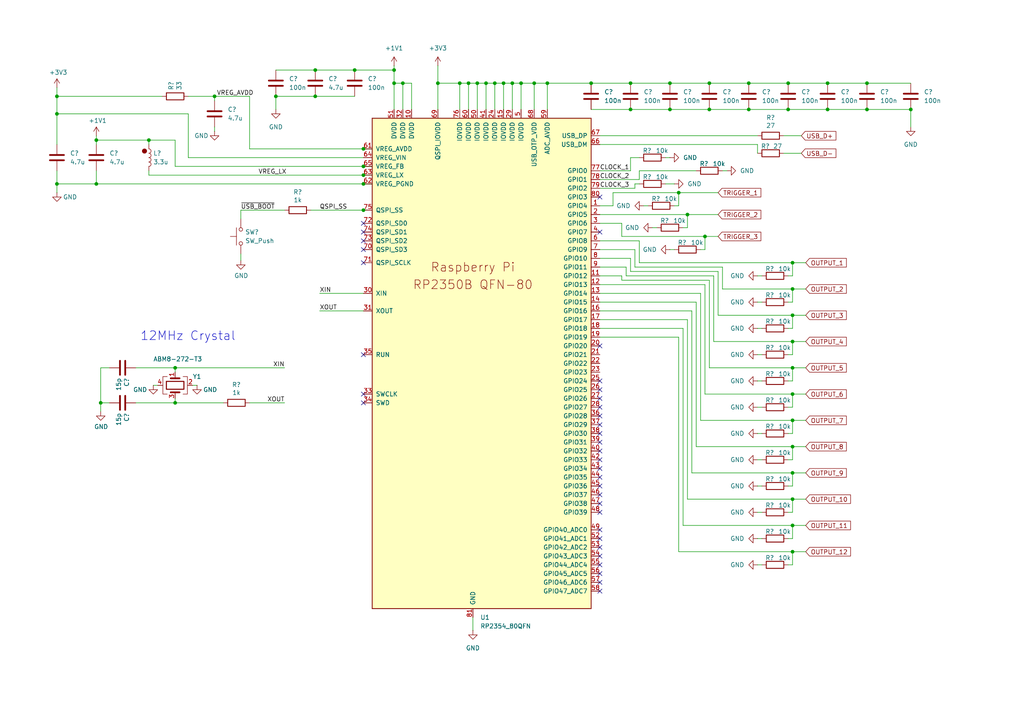
<source format=kicad_sch>
(kicad_sch (version 20250114) (generator "eeschema") (generator_version "9.0")
  (paper "A4")
  (title_block (title "Microcontroller") (date "2025-10-31") (rev "0.1") (company "OpenPIV Consortium") (comment 1 "Microcontroller and associated ICs"))
  (lib_symbols
    (symbol "+3V3_1" (power) (pin_numbers (hide yes)) (pin_names (offset 0) (hide yes))
      (property "Value" "+3V3" (at 0 3.556 0))
      (symbol "+3V3_1_0_1"
        (polyline (pts (xy -0.762 1.27) (xy 0 2.54)))
        (polyline (pts (xy 0 2.54) (xy 0.762 1.27)))
        (polyline (pts (xy 0 0) (xy 0 2.54)))
      )
      (symbol "+3V3_1_1_1"
        (pin power_in line (at 0 0 90) (length 0) (name "~") (number "1"))
      )
    )
    (symbol "Device:C" (pin_numbers (hide yes)) (pin_names (offset 0.254))
      (property "Reference" "C" (at 0.635 2.54 0))
      (property "Value" "C" (at 0.635 -2.54 0))
      (symbol "C_0_1"
        (polyline (pts (xy -2.032 0.762) (xy 2.032 0.762)) (stroke (width 0.508)))
        (polyline (pts (xy -2.032 -0.762) (xy 2.032 -0.762)) (stroke (width 0.508)))
      )
      (symbol "C_1_1"
        (pin passive line (at 0 3.81 270) (length 2.794) (name "~") (number "1"))
        (pin passive line (at 0 -3.81 90) (length 2.794) (name "~") (number "2"))
      )
    )
    (symbol "Device:Crystal_GND24" (pin_names (offset 1.016) (hide yes))
      (property "Reference" "Y" (at 3.175 5.08 0))
      (property "Value" "Crystal_GND24" (at 3.175 3.175 0))
      (symbol "Crystal_GND24_0_1"
        (polyline (pts (xy -2.54 2.286) (xy -2.54 3.556) (xy 2.54 3.556) (xy 2.54 2.286)))
        (polyline (pts (xy -2.54 0) (xy -2.032 0)))
        (polyline (pts (xy -2.54 -2.286) (xy -2.54 -3.556) (xy 2.54 -3.556) (xy 2.54 -2.286)))
        (polyline (pts (xy -2.032 -1.27) (xy -2.032 1.27)) (stroke (width 0.508)))
        (rectangle (start -1.143 2.54) (end 1.143 -2.54) (stroke (width 0.3048)))
        (polyline (pts (xy 0 3.556) (xy 0 3.81)))
        (polyline (pts (xy 0 -3.81) (xy 0 -3.556)))
        (polyline (pts (xy 2.032 0) (xy 2.54 0)))
        (polyline (pts (xy 2.032 -1.27) (xy 2.032 1.27)) (stroke (width 0.508)))
      )
      (symbol "Crystal_GND24_1_1"
        (pin passive line (at -3.81 0 0) (length 1.27) (name "1") (number "1"))
        (pin passive line (at 0 5.08 270) (length 1.27) (name "2") (number "2"))
        (pin passive line (at 0 -5.08 90) (length 1.27) (name "4") (number "4"))
        (pin passive line (at 3.81 0 180) (length 1.27) (name "3") (number "3"))
      )
    )
    (symbol "Device:L" (pin_numbers (hide yes)) (pin_names (offset 1.016) (hide yes))
      (property "Reference" "L" (at -1.27 0 90))
      (property "Value" "L" (at 1.905 0 90))
      (symbol "L_0_1"
        (arc (start 0 2.54) (mid 0.6323 1.905) (end 0 1.27))
        (arc (start 0 1.27) (mid 0.6323 0.635) (end 0 0))
        (arc (start 0 0) (mid 0.6323 -0.635) (end 0 -1.27))
        (arc (start 0 -1.27) (mid 0.6323 -1.905) (end 0 -2.54))
      )
      (symbol "L_1_1"
        (pin passive line (at 0 3.81 270) (length 1.27) (name "1") (number "1"))
        (pin passive line (at 0 -3.81 90) (length 1.27) (name "2") (number "2"))
      )
    )
    (symbol "Device:R" (pin_numbers (hide yes)) (pin_names (offset 0))
      (property "Reference" "R" (at 2.032 0 90))
      (property "Value" "R" (at 0 0 90))
      (symbol "R_0_1"
        (rectangle (start -1.016 -2.54) (end 1.016 2.54) (stroke (width 0.254)))
      )
      (symbol "R_1_1"
        (pin passive line (at 0 3.81 270) (length 1.27) (name "~") (number "1"))
        (pin passive line (at 0 -3.81 90) (length 1.27) (name "~") (number "2"))
      )
    )
    (symbol "MCU_RaspberryPi_RP2350:RP2350_80QFN" (pin_names (offset 1.016))
      (property "Reference" "U" (at -29.21 49.53 0))
      (property "Value" "RP2350_80QFN" (at 25.4 -96.52 0))
      (symbol "RP2350_80QFN_0_0"
        (text "Raspberry Pi" (at 0 5.08 0) (effects (font (size 2.54 2.54))))
      )
      (symbol "RP2350_80QFN_0_1"
        (rectangle (start -29.21 48.26) (end 34.29 -93.98) (stroke (width 0.254)) (fill (type background)))
      )
      (symbol "RP2350_80QFN_1_0"
        (text "RP2350B QFN-80" (at 0 0 0) (effects (font (size 2.54 2.54))))
      )
      (symbol "RP2350_80QFN_1_1"
        (pin power_in line (at -31.75 39.37 0) (length 2.54) (name "VREG_AVDD") (number "61"))
        (pin power_in line (at -31.75 36.83 0) (length 2.54) (name "VREG_VIN") (number "64"))
        (pin input line (at -31.75 34.29 0) (length 2.54) (name "VREG_FB") (number "65"))
        (pin power_out line (at -31.75 31.75 0) (length 2.54) (name "VREG_LX") (number "63"))
        (pin power_in line (at -31.75 29.21 0) (length 2.54) (name "VREG_PGND") (number "62"))
        (pin bidirectional line (at -31.75 21.59 0) (length 2.54) (name "QSPI_SS") (number "75"))
        (pin bidirectional line (at -31.75 17.78 0) (length 2.54) (name "QSPI_SD0") (number "72"))
        (pin bidirectional line (at -31.75 15.24 0) (length 2.54) (name "QSPI_SD1") (number "74"))
        (pin bidirectional line (at -31.75 12.7 0) (length 2.54) (name "QSPI_SD2") (number "73"))
        (pin bidirectional line (at -31.75 10.16 0) (length 2.54) (name "QSPI_SD3") (number "70"))
        (pin output line (at -31.75 6.35 0) (length 2.54) (name "QSPI_SCLK") (number "71"))
        (pin input line (at -31.75 -2.54 0) (length 2.54) (name "XIN") (number "30"))
        (pin passive line (at -31.75 -7.62 0) (length 2.54) (name "XOUT") (number "31"))
        (pin input line (at -31.75 -20.32 0) (length 2.54) (name "RUN") (number "35"))
        (pin output line (at -31.75 -31.75 0) (length 2.54) (name "SWCLK") (number "33"))
        (pin bidirectional line (at -31.75 -34.29 0) (length 2.54) (name "SWD") (number "34"))
        (pin power_in line (at -22.86 50.8 270) (length 2.54) (name "DVDD") (number "51"))
        (pin power_in line (at -20.32 50.8 270) (length 2.54) (name "DVDD") (number "32"))
        (pin power_in line (at -17.78 50.8 270) (length 2.54) (name "DVDD") (number "10"))
        (pin power_in line (at -10.16 50.8 270) (length 2.54) (name "QSPI_IOVDD") (number "69"))
        (pin power_in line (at -3.81 50.8 270) (length 2.54) (name "IOVDD") (number "76"))
        (pin power_in line (at -1.27 50.8 270) (length 2.54) (name "IOVDD") (number "60"))
        (pin power_in line (at 0 -96.52 90) (length 2.54) (name "GND") (number "81"))
        (pin power_in line (at 1.27 50.8 270) (length 2.54) (name "IOVDD") (number "50"))
        (pin power_in line (at 3.81 50.8 270) (length 2.54) (name "IOVDD") (number "41"))
        (pin power_in line (at 6.35 50.8 270) (length 2.54) (name "IOVDD") (number "24"))
        (pin power_in line (at 8.89 50.8 270) (length 2.54) (name "IOVDD") (number "15"))
        (pin power_in line (at 11.43 50.8 270) (length 2.54) (name "IOVDD") (number "29"))
        (pin power_in line (at 13.97 50.8 270) (length 2.54) (name "IOVDD") (number "5"))
        (pin power_in line (at 17.78 50.8 270) (length 2.54) (name "USB_OTP_VDD") (number "68"))
        (pin power_in line (at 21.59 50.8 270) (length 2.54) (name "ADC_AVDD") (number "59"))
        (pin bidirectional line (at 36.83 43.18 180) (length 2.54) (name "USB_DP") (number "67"))
        (pin bidirectional line (at 36.83 40.64 180) (length 2.54) (name "USB_DM") (number "66"))
        (pin bidirectional line (at 36.83 33.02 180) (length 2.54) (name "GPIO0") (number "77"))
        (pin bidirectional line (at 36.83 30.48 180) (length 2.54) (name "GPIO1") (number "78"))
        (pin bidirectional line (at 36.83 27.94 180) (length 2.54) (name "GPIO2") (number "79"))
        (pin bidirectional line (at 36.83 25.4 180) (length 2.54) (name "GPIO3") (number "80"))
        (pin bidirectional line (at 36.83 22.86 180) (length 2.54) (name "GPIO4") (number "1"))
        (pin bidirectional line (at 36.83 20.32 180) (length 2.54) (name "GPIO5") (number "2"))
        (pin bidirectional line (at 36.83 17.78 180) (length 2.54) (name "GPIO6") (number "3"))
        (pin bidirectional line (at 36.83 15.24 180) (length 2.54) (name "GPIO7") (number "4"))
        (pin bidirectional line (at 36.83 12.7 180) (length 2.54) (name "GPIO8") (number "6"))
        (pin bidirectional line (at 36.83 10.16 180) (length 2.54) (name "GPIO9") (number "7"))
        (pin bidirectional line (at 36.83 7.62 180) (length 2.54) (name "GPIO10") (number "8"))
        (pin bidirectional line (at 36.83 5.08 180) (length 2.54) (name "GPIO11") (number "9"))
        (pin bidirectional line (at 36.83 2.54 180) (length 2.54) (name "GPIO12") (number "11"))
        (pin bidirectional line (at 36.83 0 180) (length 2.54) (name "GPIO13") (number "12"))
        (pin bidirectional line (at 36.83 -2.54 180) (length 2.54) (name "GPIO14") (number "13"))
        (pin bidirectional line (at 36.83 -5.08 180) (length 2.54) (name "GPIO15") (number "14"))
        (pin bidirectional line (at 36.83 -7.62 180) (length 2.54) (name "GPIO16") (number "16"))
        (pin bidirectional line (at 36.83 -10.16 180) (length 2.54) (name "GPIO17") (number "17"))
        (pin bidirectional line (at 36.83 -12.7 180) (length 2.54) (name "GPIO18") (number "18"))
        (pin bidirectional line (at 36.83 -15.24 180) (length 2.54) (name "GPIO19") (number "19"))
        (pin bidirectional line (at 36.83 -17.78 180) (length 2.54) (name "GPIO20") (number "20"))
        (pin bidirectional line (at 36.83 -20.32 180) (length 2.54) (name "GPIO21") (number "21"))
        (pin bidirectional line (at 36.83 -22.86 180) (length 2.54) (name "GPIO22") (number "22"))
        (pin bidirectional line (at 36.83 -25.4 180) (length 2.54) (name "GPIO23") (number "23"))
        (pin bidirectional line (at 36.83 -27.94 180) (length 2.54) (name "GPIO24") (number "25"))
        (pin bidirectional line (at 36.83 -30.48 180) (length 2.54) (name "GPIO25") (number "26"))
        (pin bidirectional line (at 36.83 -33.02 180) (length 2.54) (name "GPIO26") (number "27"))
        (pin bidirectional line (at 36.83 -35.56 180) (length 2.54) (name "GPIO27") (number "28"))
        (pin bidirectional line (at 36.83 -38.1 180) (length 2.54) (name "GPIO28") (number "36"))
        (pin bidirectional line (at 36.83 -40.64 180) (length 2.54) (name "GPIO29") (number "37"))
        (pin bidirectional line (at 36.83 -43.18 180) (length 2.54) (name "GPIO30") (number "38"))
        (pin bidirectional line (at 36.83 -45.72 180) (length 2.54) (name "GPIO31") (number "39"))
        (pin bidirectional line (at 36.83 -48.26 180) (length 2.54) (name "GPIO32") (number "40"))
        (pin bidirectional line (at 36.83 -50.8 180) (length 2.54) (name "GPIO33") (number "42"))
        (pin bidirectional line (at 36.83 -53.34 180) (length 2.54) (name "GPIO34") (number "43"))
        (pin bidirectional line (at 36.83 -55.88 180) (length 2.54) (name "GPIO35") (number "44"))
        (pin bidirectional line (at 36.83 -58.42 180) (length 2.54) (name "GPIO36") (number "45"))
        (pin bidirectional line (at 36.83 -60.96 180) (length 2.54) (name "GPIO37") (number "46"))
        (pin bidirectional line (at 36.83 -63.5 180) (length 2.54) (name "GPIO38") (number "47"))
        (pin bidirectional line (at 36.83 -66.04 180) (length 2.54) (name "GPIO39") (number "48"))
        (pin bidirectional line (at 36.83 -71.12 180) (length 2.54) (name "GPIO40_ADC0") (number "49"))
        (pin bidirectional line (at 36.83 -73.66 180) (length 2.54) (name "GPIO41_ADC1") (number "52"))
        (pin bidirectional line (at 36.83 -76.2 180) (length 2.54) (name "GPIO42_ADC2") (number "53"))
        (pin bidirectional line (at 36.83 -78.74 180) (length 2.54) (name "GPIO43_ADC3") (number "54"))
        (pin bidirectional line (at 36.83 -81.28 180) (length 2.54) (name "GPIO44_ADC4") (number "55"))
        (pin bidirectional line (at 36.83 -83.82 180) (length 2.54) (name "GPIO45_ADC5") (number "56"))
        (pin bidirectional line (at 36.83 -86.36 180) (length 2.54) (name "GPIO46_ADC6") (number "57"))
        (pin bidirectional line (at 36.83 -88.9 180) (length 2.54) (name "GPIO47_ADC7") (number "58"))
      )
    )
    (symbol "Switch:SW_Push" (pin_numbers (hide yes)) (pin_names (offset 1.016) (hide yes))
      (property "Reference" "SW" (at 1.27 2.54 0))
      (property "Value" "SW_Push" (at 0 -1.524 0))
      (symbol "SW_Push_0_1"
        (circle (center -2.032 0) (radius 0.508))
        (polyline (pts (xy 0 1.27) (xy 0 3.048)))
        (circle (center 2.032 0) (radius 0.508))
        (polyline (pts (xy 2.54 1.27) (xy -2.54 1.27)))
        (pin passive line (at -5.08 0 0) (length 2.54) (name "1") (number "1"))
        (pin passive line (at 5.08 0 180) (length 2.54) (name "2") (number "2"))
      )
    )
    (symbol "power:+1V1" (power) (pin_numbers (hide yes)) (pin_names (offset 0) (hide yes))
      (property "Value" "+1V1" (at 0 3.556 0))
      (symbol "+1V1_0_1"
        (polyline (pts (xy -0.762 1.27) (xy 0 2.54)))
        (polyline (pts (xy 0 2.54) (xy 0.762 1.27)))
        (polyline (pts (xy 0 0) (xy 0 2.54)))
      )
      (symbol "+1V1_1_1"
        (pin power_in line (at 0 0 90) (length 0) (name "~") (number "1"))
      )
    )
    (symbol "power:+3V3" (power) (pin_names (offset 0))
      (property "Value" "+3V3" (at 0 3.556 0))
      (symbol "+3V3_0_1"
        (polyline (pts (xy -0.762 1.27) (xy 0 2.54)))
        (polyline (pts (xy 0 2.54) (xy 0.762 1.27)))
        (polyline (pts (xy 0 0) (xy 0 2.54)))
      )
      (symbol "+3V3_1_1"
        (pin power_in line (at 0 0 90) (length 0) (hide yes) (name "+3V3") (number "1"))
      )
    )
    (symbol "power:GND" (power) (pin_numbers (hide yes)) (pin_names (offset 0) (hide yes))
      (property "Value" "GND" (at 0 -3.81 0))
      (symbol "GND_0_1"
        (polyline (pts (xy 0 0) (xy 0 -1.27) (xy 1.27 -1.27) (xy 0 -2.54) (xy -1.27 -1.27) (xy 0 -1.27)))
      )
      (symbol "GND_1_1"
        (pin power_in line (at 0 0 270) (length 0) (name "~") (number "1"))
      )
    )
  )
  (circle (center 41.91 43.815) (radius 0.635) (stroke (width 0) (color 132 0 0 1)) (fill (type color) (color 132 0 0 1)))
  (text "12MHz Crystal" (at 40.64 99.06 0) (effects (font (size 2.54 2.54)) (justify left bottom)))
  (junction (at 217.17 31.75))
  (junction (at 229.87 152.4))
  (junction (at 229.87 106.68))
  (junction (at 114.3 20.32))
  (junction (at 105.41 50.8))
  (junction (at 204.47 68.58))
  (junction (at 217.17 24.13))
  (junction (at 205.74 31.75))
  (junction (at 102.87 20.32))
  (junction (at 43.18 40.64))
  (junction (at 127 24.13))
  (junction (at 240.03 24.13))
  (junction (at 229.87 129.54))
  (junction (at 229.87 137.16))
  (junction (at 50.8 116.84))
  (junction (at 143.51 24.13))
  (junction (at 16.51 33.02))
  (junction (at 229.87 121.92))
  (junction (at 105.41 43.18))
  (junction (at 229.87 160.02))
  (junction (at 148.59 24.13))
  (junction (at 228.6 24.13))
  (junction (at 196.85 55.88))
  (junction (at 105.41 60.96))
  (junction (at 50.8 106.68))
  (junction (at 91.44 20.32))
  (junction (at 91.44 27.94))
  (junction (at 105.41 53.34))
  (junction (at 151.13 24.13))
  (junction (at 133.35 24.13))
  (junction (at 27.94 40.64))
  (junction (at 105.41 48.26))
  (junction (at 16.51 27.94))
  (junction (at 116.84 24.13))
  (junction (at 229.87 144.78))
  (junction (at 114.3 24.13))
  (junction (at 171.45 24.13))
  (junction (at 194.31 31.75))
  (junction (at 27.94 53.34))
  (junction (at 251.46 24.13))
  (junction (at 182.88 31.75))
  (junction (at 80.01 27.94))
  (junction (at 62.23 27.94))
  (junction (at 229.87 114.3))
  (junction (at 194.31 24.13))
  (junction (at 138.43 24.13))
  (junction (at 154.94 24.13))
  (junction (at 16.51 53.34))
  (junction (at 199.39 62.23))
  (junction (at 158.75 24.13))
  (junction (at 140.97 24.13))
  (junction (at 229.87 91.44))
  (junction (at 240.03 31.75))
  (junction (at 229.87 76.2))
  (junction (at 146.05 24.13))
  (junction (at 229.87 99.06))
  (junction (at 251.46 31.75))
  (junction (at 29.21 116.84))
  (junction (at 205.74 24.13))
  (junction (at 228.6 31.75))
  (junction (at 135.89 24.13))
  (junction (at 264.16 31.75))
  (junction (at 229.87 83.82))
  (junction (at 182.88 24.13))
  (no_connect (at 173.99 100.33))
  (no_connect (at 173.99 138.43))
  (no_connect (at 173.99 120.65))
  (no_connect (at 173.99 158.75))
  (no_connect (at 105.41 116.84))
  (no_connect (at 173.99 166.37))
  (no_connect (at 173.99 128.27))
  (no_connect (at 173.99 140.97))
  (no_connect (at 173.99 171.45))
  (no_connect (at 173.99 67.31))
  (no_connect (at 105.41 102.87))
  (no_connect (at 173.99 123.19))
  (no_connect (at 173.99 110.49))
  (no_connect (at 173.99 125.73))
  (no_connect (at 105.41 114.3))
  (no_connect (at 173.99 156.21))
  (no_connect (at 173.99 57.15))
  (no_connect (at 105.41 69.85))
  (no_connect (at 173.99 113.03))
  (no_connect (at 173.99 148.59))
  (no_connect (at 173.99 168.91))
  (no_connect (at 173.99 153.67))
  (no_connect (at 173.99 115.57))
  (no_connect (at 105.41 67.31))
  (no_connect (at 173.99 133.35))
  (no_connect (at 173.99 163.83))
  (no_connect (at 173.99 143.51))
  (no_connect (at 105.41 64.77))
  (no_connect (at 173.99 146.05))
  (no_connect (at 173.99 130.81))
  (no_connect (at 173.99 118.11))
  (no_connect (at 105.41 76.2))
  (no_connect (at 105.41 72.39))
  (no_connect (at 173.99 135.89))
  (no_connect (at 173.99 161.29))
  (wire (pts (xy 143.51 24.13) (xy 143.51 31.75)))
  (wire (pts (xy 229.87 99.06) (xy 229.87 102.87)))
  (wire (pts (xy 54.61 45.72) (xy 105.41 45.72)))
  (wire (pts (xy 173.99 49.53) (xy 182.88 49.53)))
  (wire (pts (xy 80.01 20.32) (xy 91.44 20.32)))
  (wire (pts (xy 173.99 85.09) (xy 203.2 85.09)))
  (wire (pts (xy 54.61 27.94) (xy 62.23 27.94)))
  (wire (pts (xy 240.03 31.75) (xy 251.46 31.75)))
  (wire (pts (xy 199.39 144.78) (xy 229.87 144.78)))
  (wire (pts (xy 229.87 91.44) (xy 233.68 91.44)))
  (wire (pts (xy 62.23 38.1) (xy 62.23 36.83)))
  (wire (pts (xy 229.87 118.11) (xy 228.6 118.11)))
  (wire (pts (xy 184.15 54.61) (xy 173.99 54.61)))
  (wire (pts (xy 114.3 19.05) (xy 114.3 20.32)))
  (wire (pts (xy 229.87 125.73) (xy 228.6 125.73)))
  (wire (pts (xy 182.88 78.74) (xy 208.28 78.74)))
  (wire (pts (xy 205.74 81.28) (xy 205.74 106.68)))
  (wire (pts (xy 229.87 83.82) (xy 229.87 87.63)))
  (wire (pts (xy 204.47 114.3) (xy 229.87 114.3)))
  (wire (pts (xy 82.55 60.96) (xy 69.85 60.96)))
  (wire (pts (xy 219.71 95.25) (xy 220.98 95.25)))
  (wire (pts (xy 50.8 115.57) (xy 50.8 116.84)))
  (wire (pts (xy 138.43 24.13) (xy 135.89 24.13)))
  (wire (pts (xy 107.95 53.34) (xy 105.41 53.34)))
  (wire (pts (xy 194.31 31.75) (xy 205.74 31.75)))
  (wire (pts (xy 251.46 24.13) (xy 264.16 24.13)))
  (wire (pts (xy 80.01 27.94) (xy 91.44 27.94)))
  (wire (pts (xy 207.01 99.06) (xy 229.87 99.06)))
  (wire (pts (xy 229.87 129.54) (xy 233.68 129.54)))
  (wire (pts (xy 50.8 106.68) (xy 82.55 106.68)))
  (wire (pts (xy 205.74 24.13) (xy 217.17 24.13)))
  (wire (pts (xy 204.47 68.58) (xy 204.47 72.39)))
  (wire (pts (xy 219.71 118.11) (xy 220.98 118.11)))
  (wire (pts (xy 229.87 140.97) (xy 228.6 140.97)))
  (wire (pts (xy 148.59 24.13) (xy 151.13 24.13)))
  (wire (pts (xy 39.37 116.84) (xy 50.8 116.84)))
  (wire (pts (xy 90.17 60.96) (xy 105.41 60.96)))
  (wire (pts (xy 173.99 59.69) (xy 177.8 59.69)))
  (wire (pts (xy 180.34 68.58) (xy 204.47 68.58)))
  (wire (pts (xy 16.51 33.02) (xy 16.51 41.91)))
  (wire (pts (xy 138.43 24.13) (xy 138.43 31.75)))
  (wire (pts (xy 229.87 87.63) (xy 228.6 87.63)))
  (wire (pts (xy 219.71 156.21) (xy 220.98 156.21)))
  (wire (pts (xy 72.39 43.18) (xy 105.41 43.18)))
  (wire (pts (xy 173.99 92.71) (xy 199.39 92.71)))
  (wire (pts (xy 72.39 27.94) (xy 72.39 43.18)))
  (wire (pts (xy 219.71 102.87) (xy 220.98 102.87)))
  (wire (pts (xy 173.99 62.23) (xy 199.39 62.23)))
  (wire (pts (xy 107.95 50.8) (xy 105.41 50.8)))
  (wire (pts (xy 27.94 39.37) (xy 27.94 40.64)))
  (wire (pts (xy 173.99 74.93) (xy 182.88 74.93)))
  (wire (pts (xy 240.03 24.13) (xy 251.46 24.13)))
  (wire (pts (xy 229.87 83.82) (xy 209.55 83.82)))
  (wire (pts (xy 50.8 40.64) (xy 43.18 40.64)))
  (wire (pts (xy 173.99 80.01) (xy 180.34 80.01)))
  (wire (pts (xy 158.75 24.13) (xy 171.45 24.13)))
  (wire (pts (xy 154.94 24.13) (xy 158.75 24.13)))
  (wire (pts (xy 217.17 31.75) (xy 228.6 31.75)))
  (wire (pts (xy 207.01 80.01) (xy 207.01 99.06)))
  (wire (pts (xy 204.47 72.39) (xy 203.2 72.39)))
  (wire (pts (xy 173.99 90.17) (xy 200.66 90.17)))
  (wire (pts (xy 72.39 116.84) (xy 82.55 116.84)))
  (wire (pts (xy 92.71 85.09) (xy 105.41 85.09)))
  (wire (pts (xy 228.6 31.75) (xy 240.03 31.75)))
  (wire (pts (xy 203.2 121.92) (xy 229.87 121.92)))
  (wire (pts (xy 219.71 125.73) (xy 220.98 125.73)))
  (wire (pts (xy 107.95 48.26) (xy 105.41 48.26)))
  (wire (pts (xy 180.34 80.01) (xy 180.34 81.28)))
  (wire (pts (xy 229.87 144.78) (xy 229.87 148.59)))
  (wire (pts (xy 229.87 80.01) (xy 228.6 80.01)))
  (wire (pts (xy 16.51 49.53) (xy 16.51 53.34)))
  (wire (pts (xy 173.99 41.91) (xy 219.71 41.91)))
  (wire (pts (xy 199.39 66.04) (xy 198.12 66.04)))
  (wire (pts (xy 219.71 163.83) (xy 220.98 163.83)))
  (wire (pts (xy 158.75 24.13) (xy 158.75 31.75)))
  (wire (pts (xy 201.93 49.53) (xy 185.42 49.53)))
  (wire (pts (xy 173.99 82.55) (xy 204.47 82.55)))
  (wire (pts (xy 229.87 83.82) (xy 233.68 83.82)))
  (wire (pts (xy 219.71 148.59) (xy 220.98 148.59)))
  (wire (pts (xy 16.51 33.02) (xy 54.61 33.02)))
  (wire (pts (xy 219.71 133.35) (xy 220.98 133.35)))
  (wire (pts (xy 229.87 160.02) (xy 233.68 160.02)))
  (wire (pts (xy 185.42 69.85) (xy 173.99 69.85)))
  (wire (pts (xy 196.85 59.69) (xy 195.58 59.69)))
  (wire (pts (xy 208.28 91.44) (xy 229.87 91.44)))
  (wire (pts (xy 209.55 77.47) (xy 184.15 77.47)))
  (wire (pts (xy 119.38 24.13) (xy 116.84 24.13)))
  (wire (pts (xy 44.45 111.76) (xy 45.72 111.76)))
  (wire (pts (xy 219.71 41.91) (xy 219.71 44.45)))
  (wire (pts (xy 229.87 106.68) (xy 233.68 106.68)))
  (wire (pts (xy 173.99 64.77) (xy 180.34 64.77)))
  (wire (pts (xy 229.87 152.4) (xy 229.87 156.21)))
  (wire (pts (xy 229.87 144.78) (xy 233.68 144.78)))
  (wire (pts (xy 199.39 62.23) (xy 199.39 66.04)))
  (wire (pts (xy 229.87 76.2) (xy 233.68 76.2)))
  (wire (pts (xy 31.75 106.68) (xy 29.21 106.68)))
  (wire (pts (xy 200.66 137.16) (xy 229.87 137.16)))
  (wire (pts (xy 229.87 114.3) (xy 233.68 114.3)))
  (wire (pts (xy 194.31 24.13) (xy 205.74 24.13)))
  (wire (pts (xy 229.87 76.2) (xy 229.87 80.01)))
  (wire (pts (xy 184.15 72.39) (xy 173.99 72.39)))
  (wire (pts (xy 154.94 24.13) (xy 154.94 31.75)))
  (wire (pts (xy 27.94 49.53) (xy 27.94 53.34)))
  (wire (pts (xy 173.99 97.79) (xy 196.85 97.79)))
  (wire (pts (xy 140.97 24.13) (xy 140.97 31.75)))
  (wire (pts (xy 119.38 31.75) (xy 119.38 24.13)))
  (wire (pts (xy 69.85 73.66) (xy 69.85 75.565)))
  (wire (pts (xy 127 24.13) (xy 133.35 24.13)))
  (wire (pts (xy 173.99 95.25) (xy 198.12 95.25)))
  (wire (pts (xy 186.69 59.69) (xy 187.96 59.69)))
  (wire (pts (xy 173.99 77.47) (xy 181.61 77.47)))
  (wire (pts (xy 229.87 99.06) (xy 233.68 99.06)))
  (wire (pts (xy 50.8 48.26) (xy 105.41 48.26)))
  (wire (pts (xy 27.94 40.64) (xy 43.18 40.64)))
  (wire (pts (xy 181.61 80.01) (xy 207.01 80.01)))
  (wire (pts (xy 219.71 140.97) (xy 220.98 140.97)))
  (wire (pts (xy 203.2 85.09) (xy 203.2 121.92)))
  (wire (pts (xy 39.37 106.68) (xy 50.8 106.68)))
  (wire (pts (xy 209.55 49.53) (xy 210.82 49.53)))
  (wire (pts (xy 177.8 59.69) (xy 177.8 55.88)))
  (wire (pts (xy 229.87 121.92) (xy 229.87 125.73)))
  (wire (pts (xy 133.35 24.13) (xy 135.89 24.13)))
  (wire (pts (xy 55.88 111.76) (xy 57.15 111.76)))
  (wire (pts (xy 229.87 114.3) (xy 229.87 118.11)))
  (wire (pts (xy 171.45 31.75) (xy 182.88 31.75)))
  (wire (pts (xy 29.21 106.68) (xy 29.21 116.84)))
  (wire (pts (xy 229.87 102.87) (xy 228.6 102.87)))
  (wire (pts (xy 229.87 76.2) (xy 185.42 76.2)))
  (wire (pts (xy 229.87 137.16) (xy 229.87 140.97)))
  (wire (pts (xy 229.87 121.92) (xy 233.68 121.92)))
  (wire (pts (xy 138.43 24.13) (xy 140.97 24.13)))
  (wire (pts (xy 201.93 129.54) (xy 229.87 129.54)))
  (wire (pts (xy 54.61 33.02) (xy 54.61 45.72)))
  (wire (pts (xy 50.8 116.84) (xy 64.77 116.84)))
  (wire (pts (xy 180.34 81.28) (xy 205.74 81.28)))
  (wire (pts (xy 229.87 137.16) (xy 233.68 137.16)))
  (wire (pts (xy 107.95 43.18) (xy 105.41 43.18)))
  (wire (pts (xy 148.59 24.13) (xy 148.59 31.75)))
  (wire (pts (xy 229.87 91.44) (xy 229.87 95.25)))
  (wire (pts (xy 189.23 66.04) (xy 190.5 66.04)))
  (wire (pts (xy 198.12 95.25) (xy 198.12 152.4)))
  (wire (pts (xy 185.42 52.07) (xy 173.99 52.07)))
  (wire (pts (xy 199.39 62.23) (xy 208.28 62.23)))
  (wire (pts (xy 114.3 24.13) (xy 114.3 31.75)))
  (wire (pts (xy 62.23 27.94) (xy 72.39 27.94)))
  (wire (pts (xy 200.66 90.17) (xy 200.66 137.16)))
  (wire (pts (xy 184.15 53.34) (xy 185.42 53.34)))
  (wire (pts (xy 205.74 106.68) (xy 229.87 106.68)))
  (wire (pts (xy 116.84 24.13) (xy 114.3 24.13)))
  (wire (pts (xy 102.87 20.32) (xy 114.3 20.32)))
  (wire (pts (xy 227.33 44.45) (xy 232.41 44.45)))
  (wire (pts (xy 91.44 27.94) (xy 102.87 27.94)))
  (wire (pts (xy 229.87 110.49) (xy 228.6 110.49)))
  (wire (pts (xy 27.94 53.34) (xy 105.41 53.34)))
  (wire (pts (xy 196.85 55.88) (xy 196.85 59.69)))
  (wire (pts (xy 146.05 24.13) (xy 143.51 24.13)))
  (wire (pts (xy 219.71 87.63) (xy 220.98 87.63)))
  (wire (pts (xy 92.71 90.17) (xy 105.41 90.17)))
  (wire (pts (xy 80.01 27.94) (xy 80.01 31.75)))
  (wire (pts (xy 116.84 24.13) (xy 116.84 31.75)))
  (wire (pts (xy 182.88 49.53) (xy 182.88 45.72)))
  (wire (pts (xy 251.46 31.75) (xy 264.16 31.75)))
  (wire (pts (xy 209.55 83.82) (xy 209.55 77.47)))
  (wire (pts (xy 185.42 76.2) (xy 185.42 69.85)))
  (wire (pts (xy 146.05 24.13) (xy 146.05 31.75)))
  (wire (pts (xy 16.51 27.94) (xy 16.51 33.02)))
  (wire (pts (xy 173.99 39.37) (xy 219.71 39.37)))
  (wire (pts (xy 229.87 160.02) (xy 229.87 163.83)))
  (wire (pts (xy 229.87 156.21) (xy 228.6 156.21)))
  (wire (pts (xy 229.87 106.68) (xy 229.87 110.49)))
  (wire (pts (xy 105.41 60.96) (xy 106.68 60.96)))
  (wire (pts (xy 151.13 24.13) (xy 154.94 24.13)))
  (wire (pts (xy 148.59 24.13) (xy 146.05 24.13)))
  (wire (pts (xy 140.97 24.13) (xy 143.51 24.13)))
  (wire (pts (xy 16.51 53.34) (xy 27.94 53.34)))
  (wire (pts (xy 227.33 39.37) (xy 232.41 39.37)))
  (wire (pts (xy 43.18 40.64) (xy 43.18 41.91)))
  (wire (pts (xy 219.71 80.01) (xy 220.98 80.01)))
  (wire (pts (xy 182.88 31.75) (xy 194.31 31.75)))
  (wire (pts (xy 182.88 74.93) (xy 182.88 78.74)))
  (wire (pts (xy 196.85 97.79) (xy 196.85 160.02)))
  (wire (pts (xy 62.23 27.94) (xy 62.23 29.21)))
  (wire (pts (xy 69.85 60.96) (xy 69.85 63.5)))
  (wire (pts (xy 198.12 152.4) (xy 229.87 152.4)))
  (wire (pts (xy 205.74 31.75) (xy 217.17 31.75)))
  (wire (pts (xy 185.42 49.53) (xy 185.42 52.07)))
  (wire (pts (xy 16.51 25.4) (xy 16.51 27.94)))
  (wire (pts (xy 50.8 107.95) (xy 50.8 106.68)))
  (wire (pts (xy 193.04 45.72) (xy 194.31 45.72)))
  (wire (pts (xy 135.89 24.13) (xy 135.89 31.75)))
  (wire (pts (xy 137.16 179.07) (xy 137.16 182.88)))
  (wire (pts (xy 127 19.05) (xy 127 24.13)))
  (wire (pts (xy 204.47 82.55) (xy 204.47 114.3)))
  (wire (pts (xy 228.6 24.13) (xy 240.03 24.13)))
  (wire (pts (xy 229.87 133.35) (xy 228.6 133.35)))
  (wire (pts (xy 184.15 77.47) (xy 184.15 72.39)))
  (wire (pts (xy 182.88 24.13) (xy 194.31 24.13)))
  (wire (pts (xy 229.87 95.25) (xy 228.6 95.25)))
  (wire (pts (xy 171.45 24.13) (xy 182.88 24.13)))
  (wire (pts (xy 182.88 45.72) (xy 185.42 45.72)))
  (wire (pts (xy 208.28 78.74) (xy 208.28 91.44)))
  (wire (pts (xy 50.8 48.26) (xy 50.8 40.64)))
  (wire (pts (xy 177.8 55.88) (xy 196.85 55.88)))
  (wire (pts (xy 29.21 116.84) (xy 29.21 119.38)))
  (wire (pts (xy 229.87 163.83) (xy 228.6 163.83)))
  (wire (pts (xy 181.61 77.47) (xy 181.61 80.01)))
  (wire (pts (xy 180.34 64.77) (xy 180.34 68.58)))
  (wire (pts (xy 27.94 41.91) (xy 27.94 40.64)))
  (wire (pts (xy 264.16 31.75) (xy 264.16 36.83)))
  (wire (pts (xy 114.3 20.32) (xy 114.3 24.13)))
  (wire (pts (xy 196.85 160.02) (xy 229.87 160.02)))
  (wire (pts (xy 217.17 24.13) (xy 228.6 24.13)))
  (wire (pts (xy 151.13 24.13) (xy 151.13 31.75)))
  (wire (pts (xy 201.93 87.63) (xy 201.93 129.54)))
  (wire (pts (xy 229.87 152.4) (xy 233.68 152.4)))
  (wire (pts (xy 229.87 148.59) (xy 228.6 148.59)))
  (wire (pts (xy 31.75 116.84) (xy 29.21 116.84)))
  (wire (pts (xy 16.51 53.34) (xy 16.51 55.88)))
  (wire (pts (xy 229.87 129.54) (xy 229.87 133.35)))
  (wire (pts (xy 127 31.75) (xy 127 24.13)))
  (wire (pts (xy 91.44 20.32) (xy 102.87 20.32)))
  (wire (pts (xy 219.71 110.49) (xy 220.98 110.49)))
  (wire (pts (xy 184.15 53.34) (xy 184.15 54.61)))
  (wire (pts (xy 204.47 68.58) (xy 208.28 68.58)))
  (wire (pts (xy 193.04 53.34) (xy 195.58 53.34)))
  (wire (pts (xy 43.18 50.8) (xy 105.41 50.8)))
  (wire (pts (xy 196.85 55.88) (xy 208.28 55.88)))
  (wire (pts (xy 16.51 27.94) (xy 46.99 27.94)))
  (wire (pts (xy 199.39 92.71) (xy 199.39 144.78)))
  (wire (pts (xy 173.99 87.63) (xy 201.93 87.63)))
  (wire (pts (xy 133.35 24.13) (xy 133.35 31.75)))
  (wire (pts (xy 194.31 72.39) (xy 195.58 72.39)))
  (wire (pts (xy 43.18 50.8) (xy 43.18 49.53)))
  (label "QSPI_SS" (at 92.71 60.96 0))
  (label "XOUT" (at 92.71 90.17 0))
  (label "CLOCK_3" (at 173.99 54.61 0))
  (label "CLOCK_2" (at 173.99 52.07 0))
  (label "~{USB_BOOT}" (at 69.85 60.96 0))
  (label "CLOCK_1" (at 173.99 49.53 0))
  (label "XOUT" (at 82.55 116.84 180))
  (label "XIN" (at 82.55 106.68 180))
  (label "VREG_AVDD" (at 62.865 27.94 0))
  (label "VREG_LX" (at 74.93 50.8 0))
  (label "XIN" (at 92.71 85.09 0))
  (global_label "OUTPUT_6" (shape input) (at 233.68 114.3 0) (property "Intersheetrefs" "${INTERSHEET_REFS}" (effects (hide yes))))
  (global_label "OUTPUT_11" (shape input) (at 233.68 152.4 0) (property "Intersheetrefs" "${INTERSHEET_REFS}" (effects (hide yes))))
  (global_label "OUTPUT_12" (shape input) (at 233.68 160.02 0) (property "Intersheetrefs" "${INTERSHEET_REFS}" (effects (hide yes))))
  (global_label "OUTPUT_3" (shape input) (at 233.68 91.44 0) (property "Intersheetrefs" "${INTERSHEET_REFS}" (effects (hide yes))))
  (global_label "OUTPUT_8" (shape input) (at 233.68 129.54 0) (property "Intersheetrefs" "${INTERSHEET_REFS}" (effects (hide yes))))
  (global_label "USB_D+" (shape input) (at 232.41 39.37 0) (property "Intersheetrefs" "${INTERSHEET_REFS}" (effects (hide yes))))
  (global_label "OUTPUT_2" (shape input) (at 233.68 83.82 0) (property "Intersheetrefs" "${INTERSHEET_REFS}" (effects (hide yes))))
  (global_label "OUTPUT_7" (shape input) (at 233.68 121.92 0) (property "Intersheetrefs" "${INTERSHEET_REFS}" (effects (hide yes))))
  (global_label "OUTPUT_9" (shape input) (at 233.68 137.16 0) (property "Intersheetrefs" "${INTERSHEET_REFS}" (effects (hide yes))))
  (global_label "OUTPUT_1" (shape input) (at 233.68 76.2 0) (property "Intersheetrefs" "${INTERSHEET_REFS}" (effects (hide yes))))
  (global_label "TRIGGER_3" (shape input) (at 208.28 68.58 0) (property "Intersheetrefs" "${INTERSHEET_REFS}" (effects (hide yes))))
  (global_label "USB_D-" (shape input) (at 232.41 44.45 0) (property "Intersheetrefs" "${INTERSHEET_REFS}" (effects (hide yes))))
  (global_label "OUTPUT_4" (shape input) (at 233.68 99.06 0) (property "Intersheetrefs" "${INTERSHEET_REFS}" (effects (hide yes))))
  (global_label "TRIGGER_1" (shape input) (at 208.28 55.88 0) (property "Intersheetrefs" "${INTERSHEET_REFS}" (effects (hide yes))))
  (global_label "OUTPUT_10" (shape input) (at 233.68 144.78 0) (property "Intersheetrefs" "${INTERSHEET_REFS}" (effects (hide yes))))
  (global_label "OUTPUT_5" (shape input) (at 233.68 106.68 0) (property "Intersheetrefs" "${INTERSHEET_REFS}" (effects (hide yes))))
  (global_label "TRIGGER_2" (shape input) (at 208.28 62.23 0) (property "Intersheetrefs" "${INTERSHEET_REFS}" (effects (hide yes))))
  (symbol (lib_id "Device:C") (at 35.56 106.68 270) (unit 1)
    (property "Reference" "C?" (at 36.7284 109.601 0) (effects (justify left)))
    (property "Value" "15p" (at 34.417 109.601 0) (effects (justify left)))
    (property "Footprint" "Capacitor_SMD:C_0402_1005Metric" (effects (hide yes)))
  )
  (symbol (lib_id "Device:C") (at 35.56 116.84 270) (unit 1)
    (property "Reference" "C?" (at 36.7284 119.761 0) (effects (justify left)))
    (property "Value" "15p" (at 34.417 119.761 0) (effects (justify left)))
    (property "Footprint" "Capacitor_SMD:C_0402_1005Metric" (effects (hide yes)))
  )
  (symbol (lib_id "Device:R") (at 223.52 39.37 270) (unit 1)
    (property "Reference" "R?" (at 223.52 34.1122 90))
    (property "Value" "27" (at 223.52 36.4236 90))
    (property "Footprint" "Resistor_SMD:R_0402_1005Metric" (effects (hide yes)))
  )
  (symbol (lib_id "Device:R") (at 68.58 116.84 270) (unit 1)
    (property "Reference" "R?" (at 68.58 111.5822 90))
    (property "Value" "1k" (at 68.58 113.8936 90))
    (property "Footprint" "Resistor_SMD:R_0402_1005Metric" (effects (hide yes)))
  )
  (symbol (lib_id "Device:Crystal_GND24") (at 50.8 111.76 270) (unit 1)
    (property "Reference" "Y1" (at 55.88 109.22 90) (effects (justify left)))
    (property "Value" "ABM8-272-T3" (at 44.45 104.14 90) (effects (justify left)))
    (property "Footprint" "Crystal:Crystal_SMD_3225-4Pin_3.2x2.5mm" (effects (hide yes)))
  )
  (symbol (lib_id "power:GND") (at 69.85 75.565 0) (unit 1)
    (property "Reference" "#PWR017" (effects (hide yes)))
    (property "Value" "GND" (at 69.977 79.9592 0))
  )
  (symbol (lib_id "Device:R") (at 224.79 156.21 270) (unit 1)
    (property "Reference" "R?" (at 223.266 154.178 90))
    (property "Value" "10k" (at 227.584 154.178 90))
    (property "Footprint" "Resistor_SMD:R_0402_1005Metric" (effects (hide yes)))
  )
  (symbol (lib_id "Device:C") (at 80.01 24.13 0) (unit 1)
    (property "Reference" "C?" (at 83.82 22.8599 0) (effects (justify left)))
    (property "Value" "100n" (at 83.82 25.3999 0) (effects (justify left)))
    (property "Description" "Unpolarized capacitor" (effects (hide yes)))
  )
  (symbol (lib_id "power:GND") (at 219.71 125.73 270) (unit 1)
    (property "Reference" "#PWR020" (effects (hide yes)))
    (property "Value" "GND" (at 215.9 125.7299 90) (effects (justify right)))
    (property "Description" "Power symbol creates a global label with name \"GND\" , ground" (effects (hide yes)))
  )
  (symbol (lib_id "Device:R") (at 224.79 95.25 270) (unit 1)
    (property "Reference" "R?" (at 223.266 93.218 90))
    (property "Value" "10k" (at 227.584 93.218 90))
    (property "Footprint" "Resistor_SMD:R_0402_1005Metric" (effects (hide yes)))
  )
  (symbol (lib_id "Device:R") (at 224.79 163.83 270) (unit 1)
    (property "Reference" "R?" (at 223.266 161.798 90))
    (property "Value" "10k" (at 227.584 161.798 90))
    (property "Footprint" "Resistor_SMD:R_0402_1005Metric" (effects (hide yes)))
  )
  (symbol (lib_id "power:GND") (at 194.31 45.72 90) (unit 1)
    (property "Reference" "#PWR028" (effects (hide yes)))
    (property "Value" "GND" (at 198.12 45.7199 90) (effects (justify right)))
    (property "Description" "Power symbol creates a global label with name \"GND\" , ground" (effects (hide yes)))
  )
  (symbol (lib_id "power:GND") (at 219.71 163.83 270) (unit 1)
    (property "Reference" "#PWR025" (effects (hide yes)))
    (property "Value" "GND" (at 215.9 163.8299 90) (effects (justify right)))
    (property "Description" "Power symbol creates a global label with name \"GND\" , ground" (effects (hide yes)))
  )
  (symbol (lib_id "Device:R") (at 224.79 140.97 270) (unit 1)
    (property "Reference" "R?" (at 223.266 138.938 90))
    (property "Value" "10k" (at 227.584 138.938 90))
    (property "Footprint" "Resistor_SMD:R_0402_1005Metric" (effects (hide yes)))
  )
  (symbol (lib_id "power:+1V1") (at 27.94 39.37 0) (unit 1)
    (property "Reference" "#PWR014" (effects (hide yes)))
    (property "Value" "+1V1" (at 28.321 34.9758 0))
  )
  (symbol (lib_id "Device:C") (at 102.87 24.13 0) (unit 1)
    (property "Reference" "C?" (at 106.68 22.8599 0) (effects (justify left)))
    (property "Value" "100n" (at 106.68 25.3999 0) (effects (justify left)))
    (property "Description" "Unpolarized capacitor" (effects (hide yes)))
  )
  (symbol (lib_id "MCU_RaspberryPi_RP2350:RP2350_80QFN") (at 137.16 82.55 0) (unit 1)
    (property "Reference" "U1" (at 139.3033 179.07 0) (effects (justify left)))
    (property "Value" "RP2354_80QFN" (at 139.3033 181.61 0) (effects (justify left)))
    (property "Footprint" "RP2350_80QFN_minimal:RP2350-QFN-80-1EP_10x10_P0.4mm_EP3.4x3.4mm_ThermalVias" (effects (hide yes)))
  )
  (symbol (lib_id "power:GND") (at 194.31 72.39 270) (unit 1)
    (property "Reference" "#PWR07" (effects (hide yes)))
    (property "Value" "GND" (at 190.5 72.3899 90) (effects (justify right)))
    (property "Description" "Power symbol creates a global label with name \"GND\" , ground" (effects (hide yes)))
  )
  (symbol (lib_id "Device:C") (at 228.6 27.94 0) (unit 1)
    (property "Reference" "C?" (at 232.41 26.6699 0) (effects (justify left)))
    (property "Value" "100n" (at 232.41 29.2099 0) (effects (justify left)))
    (property "Description" "Unpolarized capacitor" (effects (hide yes)))
  )
  (symbol (lib_id "power:GND") (at 189.23 66.04 270) (unit 1)
    (property "Reference" "#PWR06" (effects (hide yes)))
    (property "Value" "GND" (at 185.42 66.0399 90) (effects (justify right)))
    (property "Description" "Power symbol creates a global label with name \"GND\" , ground" (effects (hide yes)))
  )
  (symbol (lib_id "Device:C") (at 62.23 33.02 0) (unit 1)
    (property "Reference" "C?" (at 66.04 31.7499 0) (effects (justify left)))
    (property "Value" "4.7u" (at 66.04 34.2899 0) (effects (justify left)))
    (property "Footprint" "Capacitor_SMD:C_0402_1005Metric" (effects (hide yes)))
  )
  (symbol (lib_id "Device:C") (at 205.74 27.94 0) (unit 1)
    (property "Reference" "C?" (at 209.55 26.6699 0) (effects (justify left)))
    (property "Value" "100n" (at 209.55 29.2099 0) (effects (justify left)))
    (property "Description" "Unpolarized capacitor" (effects (hide yes)))
  )
  (symbol (lib_id "Device:L") (at 43.18 45.72 0) (unit 1)
    (property "Reference" "L?" (at 44.45 44.4499 0) (effects (justify left)))
    (property "Value" "3.3u" (at 44.45 46.9899 0) (effects (justify left)))
    (property "Footprint" "RP2350_80QFN_minimal:L_pol_2016" (effects (hide yes)))
  )
  (symbol (lib_id "Device:R") (at 199.39 72.39 270) (unit 1)
    (property "Reference" "R?" (at 197.866 70.358 90))
    (property "Value" "10k" (at 202.184 70.358 90))
    (property "Footprint" "Resistor_SMD:R_0402_1005Metric" (effects (hide yes)))
  )
  (symbol (lib_id "Device:C") (at 171.45 27.94 0) (unit 1)
    (property "Reference" "C?" (at 175.26 26.6699 0) (effects (justify left)))
    (property "Value" "100n" (at 175.26 29.21 0) (effects (justify left)))
    (property "Description" "Unpolarized capacitor" (effects (hide yes)))
  )
  (symbol (lib_id "Device:R") (at 224.79 125.73 270) (unit 1)
    (property "Reference" "R?" (at 223.266 123.698 90))
    (property "Value" "10k" (at 227.584 123.698 90))
    (property "Footprint" "Resistor_SMD:R_0402_1005Metric" (effects (hide yes)))
  )
  (symbol (lib_id "power:GND") (at 80.01 31.75 0) (unit 1)
    (property "Reference" "#PWR03" (effects (hide yes)))
    (property "Value" "GND" (at 80.01 36.83 0))
    (property "Description" "Power symbol creates a global label with name \"GND\" , ground" (effects (hide yes)))
  )
  (symbol (lib_id "power:GND") (at 219.71 87.63 270) (unit 1)
    (property "Reference" "#PWR010" (effects (hide yes)))
    (property "Value" "GND" (at 215.9 87.6299 90) (effects (justify right)))
    (property "Description" "Power symbol creates a global label with name \"GND\" , ground" (effects (hide yes)))
  )
  (symbol (lib_id "Device:R") (at 189.23 45.72 270) (unit 1)
    (property "Reference" "R?" (at 187.706 43.688 90))
    (property "Value" "10k" (at 192.024 43.688 90))
    (property "Footprint" "Resistor_SMD:R_0402_1005Metric" (effects (hide yes)))
  )
  (symbol (lib_id "Device:R") (at 205.74 49.53 270) (unit 1)
    (property "Reference" "R?" (at 204.216 47.498 90))
    (property "Value" "10k" (at 208.534 47.498 90))
    (property "Footprint" "Resistor_SMD:R_0402_1005Metric" (effects (hide yes)))
  )
  (symbol (lib_id "Device:C") (at 264.16 27.94 0) (unit 1)
    (property "Reference" "C?" (at 267.97 26.6699 0) (effects (justify left)))
    (property "Value" "100n" (at 267.97 29.2099 0) (effects (justify left)))
    (property "Description" "Unpolarized capacitor" (effects (hide yes)))
  )
  (symbol (lib_id "Device:C") (at 91.44 24.13 0) (unit 1)
    (property "Reference" "C?" (at 95.25 22.8599 0) (effects (justify left)))
    (property "Value" "4.7u" (at 95.25 25.3999 0) (effects (justify left)))
    (property "Description" "Unpolarized capacitor" (effects (hide yes)))
  )
  (symbol (lib_id "power:GND") (at 44.45 111.76 0) (unit 1)
    (property "Reference" "#PWR030" (effects (hide yes)))
    (property "Value" "GND" (at 40.64 113.03 0))
  )
  (symbol (lib_id "power:GND") (at 210.82 49.53 90) (unit 1)
    (property "Reference" "#PWR027" (effects (hide yes)))
    (property "Value" "GND" (at 214.63 49.5299 90) (effects (justify right)))
    (property "Description" "Power symbol creates a global label with name \"GND\" , ground" (effects (hide yes)))
  )
  (symbol (lib_id "power:GND") (at 186.69 59.69 270) (unit 1)
    (property "Reference" "#PWR05" (effects (hide yes)))
    (property "Value" "GND" (at 182.88 59.6899 90) (effects (justify right)))
    (property "Description" "Power symbol creates a global label with name \"GND\" , ground" (effects (hide yes)))
  )
  (symbol (lib_id "power:GND") (at 219.71 80.01 270) (unit 1)
    (property "Reference" "#PWR09" (effects (hide yes)))
    (property "Value" "GND" (at 215.9 80.0099 90) (effects (justify right)))
    (property "Description" "Power symbol creates a global label with name \"GND\" , ground" (effects (hide yes)))
  )
  (symbol (lib_id "Device:C") (at 182.88 27.94 0) (unit 1)
    (property "Reference" "C?" (at 186.69 26.6699 0) (effects (justify left)))
    (property "Value" "100n" (at 186.69 29.2099 0) (effects (justify left)))
    (property "Description" "Unpolarized capacitor" (effects (hide yes)))
  )
  (symbol (lib_id "Device:R") (at 224.79 133.35 270) (unit 1)
    (property "Reference" "R?" (at 223.266 131.318 90))
    (property "Value" "10k" (at 227.584 131.318 90))
    (property "Footprint" "Resistor_SMD:R_0402_1005Metric" (effects (hide yes)))
  )
  (symbol (lib_id "Device:R") (at 224.79 87.63 270) (unit 1)
    (property "Reference" "R?" (at 223.266 85.598 90))
    (property "Value" "10k" (at 227.584 85.598 90))
    (property "Footprint" "Resistor_SMD:R_0402_1005Metric" (effects (hide yes)))
  )
  (symbol (lib_id "power:GND") (at 16.51 55.88 0) (mirror y) (unit 1)
    (property "Reference" "#PWR019" (effects (hide yes)))
    (property "Value" "GND" (at 20.32 57.15 0))
  )
  (symbol (lib_id "Device:R") (at 224.79 102.87 270) (unit 1)
    (property "Reference" "R?" (at 223.266 100.838 90))
    (property "Value" "10k" (at 227.584 100.838 90))
    (property "Footprint" "Resistor_SMD:R_0402_1005Metric" (effects (hide yes)))
  )
  (symbol (lib_id "Device:C") (at 194.31 27.94 0) (unit 1)
    (property "Reference" "C?" (at 198.12 26.6699 0) (effects (justify left)))
    (property "Value" "100n" (at 198.12 29.2099 0) (effects (justify left)))
    (property "Description" "Unpolarized capacitor" (effects (hide yes)))
  )
  (symbol (lib_id "power:GND") (at 57.15 111.76 0) (unit 1)
    (property "Reference" "#PWR031" (effects (hide yes)))
    (property "Value" "GND" (at 60.96 113.03 0))
  )
  (symbol (lib_id "power:GND") (at 219.71 118.11 270) (unit 1)
    (property "Reference" "#PWR018" (effects (hide yes)))
    (property "Value" "GND" (at 215.9 118.1099 90) (effects (justify right)))
    (property "Description" "Power symbol creates a global label with name \"GND\" , ground" (effects (hide yes)))
  )
  (symbol (lib_id "Device:C") (at 27.94 45.72 0) (unit 1)
    (property "Reference" "C?" (at 31.75 44.4499 0) (effects (justify left)))
    (property "Value" "4.7u" (at 31.75 46.9899 0) (effects (justify left)))
    (property "Footprint" "RP2350_80QFN_minimal:C_0402_1005Metric_small_pads" (effects (hide yes)))
  )
  (symbol (lib_id "Device:C") (at 240.03 27.94 0) (unit 1)
    (property "Reference" "C?" (at 243.84 26.6699 0) (effects (justify left)))
    (property "Value" "100n" (at 243.84 29.2099 0) (effects (justify left)))
    (property "Description" "Unpolarized capacitor" (effects (hide yes)))
  )
  (symbol (lib_id "power:GND") (at 219.71 102.87 270) (unit 1)
    (property "Reference" "#PWR012" (effects (hide yes)))
    (property "Value" "GND" (at 215.9 102.8699 90) (effects (justify right)))
    (property "Description" "Power symbol creates a global label with name \"GND\" , ground" (effects (hide yes)))
  )
  (symbol (lib_id "Device:R") (at 86.36 60.96 270) (unit 1)
    (property "Reference" "R?" (at 86.36 55.7022 90))
    (property "Value" "1k" (at 86.36 58.0136 90))
    (property "Footprint" "Resistor_SMD:R_0402_1005Metric" (effects (hide yes)))
  )
  (symbol (lib_id "Device:R") (at 224.79 118.11 270) (unit 1)
    (property "Reference" "R?" (at 223.266 116.078 90))
    (property "Value" "10k" (at 227.584 116.078 90))
    (property "Footprint" "Resistor_SMD:R_0402_1005Metric" (effects (hide yes)))
  )
  (symbol (lib_id "Device:R") (at 189.23 53.34 270) (unit 1)
    (property "Reference" "R?" (at 187.706 51.308 90))
    (property "Value" "10k" (at 192.024 51.308 90))
    (property "Footprint" "Resistor_SMD:R_0402_1005Metric" (effects (hide yes)))
  )
  (symbol (lib_id "Device:R") (at 224.79 148.59 270) (unit 1)
    (property "Reference" "R?" (at 223.266 146.558 90))
    (property "Value" "10k" (at 227.584 146.558 90))
    (property "Footprint" "Resistor_SMD:R_0402_1005Metric" (effects (hide yes)))
  )
  (symbol (lib_id "Device:R") (at 50.8 27.94 90) (unit 1)
    (property "Reference" "R?" (at 49.6316 26.162 0) (effects (justify left)))
    (property "Value" "33" (at 51.943 26.162 0) (effects (justify left)))
    (property "Footprint" "Resistor_SMD:R_0402_1005Metric" (effects (hide yes)))
  )
  (symbol (lib_id "power:GND") (at 219.71 110.49 270) (unit 1)
    (property "Reference" "#PWR015" (effects (hide yes)))
    (property "Value" "GND" (at 215.9 110.4899 90) (effects (justify right)))
    (property "Description" "Power symbol creates a global label with name \"GND\" , ground" (effects (hide yes)))
  )
  (symbol (lib_id "power:GND") (at 219.71 148.59 270) (unit 1)
    (property "Reference" "#PWR023" (effects (hide yes)))
    (property "Value" "GND" (at 215.9 148.5899 90) (effects (justify right)))
    (property "Description" "Power symbol creates a global label with name \"GND\" , ground" (effects (hide yes)))
  )
  (symbol (lib_id "power:GND") (at 219.71 156.21 270) (unit 1)
    (property "Reference" "#PWR024" (effects (hide yes)))
    (property "Value" "GND" (at 215.9 156.2099 90) (effects (justify right)))
    (property "Description" "Power symbol creates a global label with name \"GND\" , ground" (effects (hide yes)))
  )
  (symbol (lib_id "Device:R") (at 223.52 44.45 270) (unit 1)
    (property "Reference" "R?" (at 221.996 42.418 90))
    (property "Value" "27" (at 225.552 42.418 90))
    (property "Footprint" "Resistor_SMD:R_0402_1005Metric" (effects (hide yes)))
  )
  (symbol (lib_id "power:GND") (at 219.71 140.97 270) (unit 1)
    (property "Reference" "#PWR022" (effects (hide yes)))
    (property "Value" "GND" (at 215.9 140.9699 90) (effects (justify right)))
    (property "Description" "Power symbol creates a global label with name \"GND\" , ground" (effects (hide yes)))
  )
  (symbol (lib_id "power:GND") (at 29.21 119.38 0) (unit 1)
    (property "Reference" "#PWR029" (effects (hide yes)))
    (property "Value" "GND" (at 29.337 123.7742 0))
  )
  (symbol (lib_id "power:GND") (at 219.71 95.25 270) (unit 1)
    (property "Reference" "#PWR011" (effects (hide yes)))
    (property "Value" "GND" (at 215.9 95.2499 90) (effects (justify right)))
    (property "Description" "Power symbol creates a global label with name \"GND\" , ground" (effects (hide yes)))
  )
  (symbol (lib_id "Device:R") (at 224.79 110.49 270) (unit 1)
    (property "Reference" "R?" (at 223.266 108.458 90))
    (property "Value" "10k" (at 227.584 108.458 90))
    (property "Footprint" "Resistor_SMD:R_0402_1005Metric" (effects (hide yes)))
  )
  (symbol (lib_id "Device:R") (at 191.77 59.69 270) (unit 1)
    (property "Reference" "R?" (at 190.246 57.658 90))
    (property "Value" "10k" (at 194.564 57.658 90))
    (property "Footprint" "Resistor_SMD:R_0402_1005Metric" (effects (hide yes)))
  )
  (symbol (lib_id "Switch:SW_Push") (at 69.85 68.58 90) (unit 1)
    (property "Reference" "SW?" (at 71.12 67.3099 90) (effects (justify right)))
    (property "Value" "SW_Push" (at 71.12 69.8499 90) (effects (justify right)))
    (property "Footprint" "Button_Switch_SMD:SW_Push_1P1T_NO_Vertical_Wuerth_434133025816" (effects (hide yes)))
  )
  (symbol (lib_id "Device:C") (at 251.46 27.94 0) (unit 1)
    (property "Reference" "C?" (at 255.27 26.6699 0) (effects (justify left)))
    (property "Value" "100n" (at 255.27 29.2099 0) (effects (justify left)))
    (property "Description" "Unpolarized capacitor" (effects (hide yes)))
  )
  (symbol (lib_id "Device:R") (at 224.79 80.01 270) (unit 1)
    (property "Reference" "R?" (at 223.266 77.978 90))
    (property "Value" "10k" (at 227.584 77.978 90))
    (property "Footprint" "Resistor_SMD:R_0402_1005Metric" (effects (hide yes)))
  )
  (symbol (lib_id "Device:R") (at 194.31 66.04 270) (unit 1)
    (property "Reference" "R?" (at 192.786 64.008 90))
    (property "Value" "10k" (at 197.104 64.008 90))
    (property "Footprint" "Resistor_SMD:R_0402_1005Metric" (effects (hide yes)))
  )
  (symbol (lib_id "Device:C") (at 16.51 45.72 0) (unit 1)
    (property "Reference" "C?" (at 20.32 44.4499 0) (effects (justify left)))
    (property "Value" "4.7u" (at 20.32 46.9899 0) (effects (justify left)))
    (property "Footprint" "RP2350_80QFN_minimal:C_0402_1005Metric_small_pads" (effects (hide yes)))
  )
  (symbol (lib_name "+3V3_1") (lib_id "power:+3V3") (at 127 19.05 0) (unit 1)
    (property "Reference" "#PWR08" (effects (hide yes)))
    (property "Value" "+3V3" (at 127 13.97 0))
    (property "Description" "Power symbol creates a global label with name \"+3V3\"" (effects (hide yes)))
  )
  (symbol (lib_id "power:GND") (at 264.16 36.83 0) (unit 1)
    (property "Reference" "#PWR04" (effects (hide yes)))
    (property "Value" "GND" (at 264.16 41.91 0))
    (property "Description" "Power symbol creates a global label with name \"GND\" , ground" (effects (hide yes)))
  )
  (symbol (lib_id "power:+3V3") (at 16.51 25.4 0) (unit 1)
    (property "Reference" "#PWR013" (effects (hide yes)))
    (property "Value" "+3V3" (at 16.891 21.0058 0))
  )
  (symbol (lib_id "power:+1V1") (at 114.3 19.05 0) (unit 1)
    (property "Reference" "#PWR02" (effects (hide yes)))
    (property "Value" "+1V1" (at 114.3 13.97 0))
    (property "Description" "Power symbol creates a global label with name \"+1V1\"" (effects (hide yes)))
  )
  (symbol (lib_id "power:GND") (at 62.23 38.1 0) (unit 1)
    (property "Reference" "#PWR016" (effects (hide yes)))
    (property "Value" "GND" (at 58.42 39.37 0))
  )
  (symbol (lib_id "power:GND") (at 195.58 53.34 90) (unit 1)
    (property "Reference" "#PWR026" (effects (hide yes)))
    (property "Value" "GND" (at 199.39 53.3399 90) (effects (justify right)))
    (property "Description" "Power symbol creates a global label with name \"GND\" , ground" (effects (hide yes)))
  )
  (symbol (lib_id "Device:C") (at 217.17 27.94 0) (unit 1)
    (property "Reference" "C?" (at 220.98 26.6699 0) (effects (justify left)))
    (property "Value" "100n" (at 220.98 29.2099 0) (effects (justify left)))
    (property "Description" "Unpolarized capacitor" (effects (hide yes)))
  )
  (symbol (lib_id "power:GND") (at 137.16 182.88 0) (unit 1)
    (property "Reference" "#PWR01" (effects (hide yes)))
    (property "Value" "GND" (at 137.16 187.96 0))
    (property "Description" "Power symbol creates a global label with name \"GND\" , ground" (effects (hide yes)))
  )
  (symbol (lib_id "power:GND") (at 219.71 133.35 270) (unit 1)
    (property "Reference" "#PWR021" (effects (hide yes)))
    (property "Value" "GND" (at 215.9 133.3499 90) (effects (justify right)))
    (property "Description" "Power symbol creates a global label with name \"GND\" , ground" (effects (hide yes)))
  )
)
</source>
